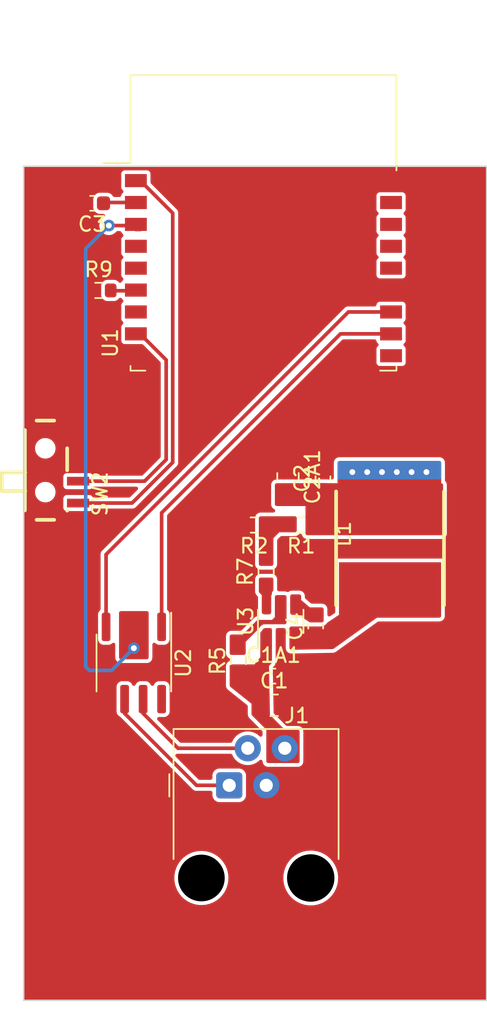
<source format=kicad_pcb>
(kicad_pcb (version 20221018) (generator pcbnew)
  (layers (0 "F.Cu" signal) (31 "B.Cu" signal) (34 "B.Paste" user) (35 "F.Paste" user) (36 "B.SilkS" user "B.Silkscreen") (37 "F.SilkS" user "F.Silkscreen") (38 "B.Mask" user) (39 "F.Mask" user) (44 "Edge.Cuts" user))
  (net 0 "")
  (net 1 "/VIN")
  (net 2 "GND")
  (net 3 "+3V3")
  (net 4 "Net-(U1-EN)")
  (net 5 "Net-(U3-SW)")
  (net 6 "Net-(U3-BST)")
  (net 7 "/A")
  (net 8 "/B")
  (net 9 "Net-(R1-Pad2)")
  (net 10 "Net-(U3-EN)")
  (net 11 "Net-(U3-FB)")
  (net 12 "Net-(U1-IO15)")
  (net 13 "Net-(SW2-B)")
  (net 14 "/DIR")
  (net 19 "/RxD")
  (net 20 "/TxD")
  (footprint "Package_TO_SOT_SMD:TSOT-23-6" (layer "F.Cu") (at 61.315 76.65 90)
    (fp_text reference "U3" (at 0 -2.4 90) (layer "F.SilkS"))
    (fp_text value "MP1469")
    (fp_line (start 0 -1.56) (end -1.8 -1.56) (stroke (width 0.12)) (layer "F.SilkS"))
    (fp_line (start 0 -1.56) (end 0.8 -1.56) (stroke (width 0.12)) (layer "F.SilkS"))
    (fp_line (start 0 1.56) (end -0.8 1.56) (stroke (width 0.12)) (layer "F.SilkS"))
    (fp_line (start 0 1.56) (end 0.8 1.56) (stroke (width 0.12)) (layer "F.SilkS"))
    (pad "1" smd roundrect (at -1.1375 -0.95 90) (size 1.325 0.6) (layers "F.Cu" "F.Paste" "F.Mask") (net 1 "/VIN"))
    (pad "2" smd roundrect (at -1.1375 0 90) (size 1.325 0.6) (layers "F.Cu" "F.Paste" "F.Mask") (net 2 "GND"))
    (pad "3" smd roundrect (at -1.1375 0.95 90) (size 1.325 0.6) (layers "F.Cu" "F.Paste" "F.Mask") (net 5 "Net-(U3-SW)"))
    (pad "4" smd roundrect (at 1.1375 0.95 90) (size 1.325 0.6) (layers "F.Cu" "F.Paste" "F.Mask") (net 6 "Net-(U3-BST)"))
    (pad "5" smd roundrect (at 1.1375 0 90) (size 1.325 0.6) (layers "F.Cu" "F.Paste" "F.Mask") (net 10 "Net-(U3-EN)"))
    (pad "6" smd roundrect (at 1.1375 -0.95 90) (size 1.325 0.6) (layers "F.Cu" "F.Paste" "F.Mask") (net 11 "Net-(U3-FB)"))
  )
  (footprint "Resistor_SMD:R_0603_1608Metric" (layer "F.Cu") (at 60.315 73.25 90)
    (fp_text reference "R7" (at 0 -1.43 90) (layer "F.SilkS"))
    (fp_text value "59k")
    (fp_line (start -0.237258 -0.5225) (end 0.237258 -0.5225) (stroke (width 0.12)) (layer "F.SilkS"))
    (fp_line (start -0.237258 0.5225) (end 0.237258 0.5225) (stroke (width 0.12)) (layer "F.SilkS"))
    (pad "1" smd roundrect (at -0.825 0 90) (size 0.8 0.95) (layers "F.Cu" "F.Paste" "F.Mask") (net 11 "Net-(U3-FB)"))
    (pad "2" smd roundrect (at 0.825 0 90) (size 0.8 0.95) (layers "F.Cu" "F.Paste" "F.Mask") (net 9 "Net-(R1-Pad2)"))
  )
  (footprint "Resistor_SMD:R_0603_1608Metric" (layer "F.Cu") (at 48.83 53.975)
    (fp_text reference "R9" (at 0 -1.43) (layer "F.SilkS"))
    (fp_text value "10K")
    (fp_line (start -0.237258 -0.5225) (end 0.237258 -0.5225) (stroke (width 0.12)) (layer "F.SilkS"))
    (fp_line (start -0.237258 0.5225) (end 0.237258 0.5225) (stroke (width 0.12)) (layer "F.SilkS"))
    (pad "1" smd roundrect (at -0.825 0) (size 0.8 0.95) (layers "F.Cu" "F.Paste" "F.Mask") (net 2 "GND"))
    (pad "2" smd roundrect (at 0.825 0) (size 0.8 0.95) (layers "F.Cu" "F.Paste" "F.Mask") (net 12 "Net-(U1-IO15)"))
  )
  (footprint "RF_Module:ESP-WROOM-02" (layer "F.Cu") (at 60.133 52.451)
    (fp_text reference "U1" (at -10.5 5.13 90) (layer "F.SilkS"))
    (fp_text value "ESP-WROOM-02D-N4")
    (fp_line (start -9.12 -13.22) (end -9.12 -7.2) (stroke (width 0.12)) (layer "F.SilkS"))
    (fp_line (start -9.12 -13.22) (end 9.12 -13.22) (stroke (width 0.12)) (layer "F.SilkS"))
    (fp_line (start -9.12 -7.2) (end -11 -7.2) (stroke (width 0.12)) (layer "F.SilkS"))
    (fp_line (start -9.12 6.7) (end -9.12 7.02) (stroke (width 0.12)) (layer "F.SilkS"))
    (fp_line (start -9.12 7.02) (end -8.1 7.02) (stroke (width 0.12)) (layer "F.SilkS"))
    (fp_line (start 8 7.02) (end 9.12 7.02) (stroke (width 0.12)) (layer "F.SilkS"))
    (fp_line (start 9.12 -13.22) (end 9.12 -6.7) (stroke (width 0.12)) (layer "F.SilkS"))
    (fp_line (start 9.12 6.7) (end 9.12 7) (stroke (width 0.12)) (layer "F.SilkS"))
    (pad "1" smd rect (at -8.75 -6) (size 1.5 0.9) (layers "F.Cu" "F.Paste" "F.Mask") (net 3 "+3V3"))
    (pad "2" smd rect (at -8.75 -4.5) (size 1.5 0.9) (layers "F.Cu" "F.Paste" "F.Mask") (net 4 "Net-(U1-EN)"))
    (pad "3" smd rect (at -8.75 -3) (size 1.5 0.9) (layers "F.Cu" "F.Paste" "F.Mask") (net 14 "/DIR"))
    (pad "4" smd rect (at -8.75 -1.5) (size 1.5 0.9) (layers "F.Cu" "F.Paste" "F.Mask"))
    (pad "5" smd rect (at -8.75 0) (size 1.5 0.9) (layers "F.Cu" "F.Paste" "F.Mask"))
    (pad "6" smd rect (at -8.75 1.5) (size 1.5 0.9) (layers "F.Cu" "F.Paste" "F.Mask") (net 12 "Net-(U1-IO15)"))
    (pad "7" smd rect (at -8.75 3) (size 1.5 0.9) (layers "F.Cu" "F.Paste" "F.Mask"))
    (pad "8" smd rect (at -8.75 4.5) (size 1.5 0.9) (layers "F.Cu" "F.Paste" "F.Mask") (net 13 "Net-(SW2-B)"))
    (pad "9" smd rect (at -8.75 6) (size 1.5 0.9) (layers "F.Cu" "F.Paste" "F.Mask") (net 2 "GND"))
    (pad "10" smd rect (at 8.75 6) (size 1.5 0.9) (layers "F.Cu" "F.Paste" "F.Mask"))
    (pad "11" smd rect (at 8.75 4.5) (size 1.5 0.9) (layers "F.Cu" "F.Paste" "F.Mask") (net 19 "/RxD"))
    (pad "12" smd rect (at 8.75 3) (size 1.5 0.9) (layers "F.Cu" "F.Paste" "F.Mask") (net 20 "/TxD"))
    (pad "13" smd rect (at 8.75 1.5) (size 1.5 0.9) (layers "F.Cu" "F.Paste" "F.Mask") (net 2 "GND"))
    (pad "14" smd rect (at 8.75 0) (size 1.5 0.9) (layers "F.Cu" "F.Paste" "F.Mask"))
    (pad "15" smd rect (at 8.75 -1.5) (size 1.5 0.9) (layers "F.Cu" "F.Paste" "F.Mask"))
    (pad "16" smd rect (at 8.75 -3) (size 1.5 0.9) (layers "F.Cu" "F.Paste" "F.Mask"))
    (pad "17" smd rect (at 8.75 -4.5) (size 1.5 0.9) (layers "F.Cu" "F.Paste" "F.Mask"))
    (pad "18" smd rect (at 8.75 -6) (size 1.5 0.9) (layers "F.Cu" "F.Paste" "F.Mask") (net 2 "GND"))
    (pad "19" smd rect (at 1.1 0.61) (size 4 4) (layers "F.Cu" "F.Paste" "F.Mask") (net 2 "GND"))
    (zone (net 0) (net_name "") (layers "*.Cu") (connect_pads (clearance 0)) (min_thickness 0.254)
      (keepout (tracks not_allowed) (vias not_allowed) (pads not_allowed) (copperpour not_allowed) (footprints not_allowed))
      (fill (thermal_gap 0.508) (thermal_bridge_width 0.508))
      (polygon (pts (xy 46.133 45.351) (xy 74.133 45.351) (xy 74.133 34.351) (xy 46.133 34.351)))
    )
  )
  (footprint "Package_SO:SOIC-8_3.9x4.9mm_P1.27mm" (layer "F.Cu") (at 51.243 79.502 -90)
    (fp_text reference "U2" (at 0 -3.4 90) (layer "F.SilkS"))
    (fp_text value "CS48520S")
    (fp_line (start 0 -2.56) (end -3.45 -2.56) (stroke (width 0.12)) (layer "F.SilkS"))
    (fp_line (start 0 -2.56) (end 1.95 -2.56) (stroke (width 0.12)) (layer "F.SilkS"))
    (fp_line (start 0 2.56) (end -1.95 2.56) (stroke (width 0.12)) (layer "F.SilkS"))
    (fp_line (start 0 2.56) (end 1.95 2.56) (stroke (width 0.12)) (layer "F.SilkS"))
    (pad "1" smd roundrect (at -2.475 -1.905 270) (size 1.95 0.6) (layers "F.Cu" "F.Paste" "F.Mask") (net 19 "/RxD"))
    (pad "2" smd roundrect (at -2.475 -0.635 270) (size 1.95 0.6) (layers "F.Cu" "F.Paste" "F.Mask") (net 14 "/DIR"))
    (pad "3" smd roundrect (at -2.475 0.635 270) (size 1.95 0.6) (layers "F.Cu" "F.Paste" "F.Mask") (net 14 "/DIR"))
    (pad "4" smd roundrect (at -2.475 1.905 270) (size 1.95 0.6) (layers "F.Cu" "F.Paste" "F.Mask") (net 20 "/TxD"))
    (pad "5" smd roundrect (at 2.475 1.905 270) (size 1.95 0.6) (layers "F.Cu" "F.Paste" "F.Mask") (net 2 "GND"))
    (pad "6" smd roundrect (at 2.475 0.635 270) (size 1.95 0.6) (layers "F.Cu" "F.Paste" "F.Mask") (net 7 "/A"))
    (pad "7" smd roundrect (at 2.475 -0.635 270) (size 1.95 0.6) (layers "F.Cu" "F.Paste" "F.Mask") (net 8 "/B"))
    (pad "8" smd roundrect (at 2.475 -1.905 270) (size 1.95 0.6) (layers "F.Cu" "F.Paste" "F.Mask") (net 3 "+3V3"))
  )
  (footprint "Capacitor_SMD:C_0805_2012Metric" (layer "F.Cu") (at 61.815 66.75 -90)
    (fp_text reference "C2A1" (at 0 -1.68 90) (layer "F.SilkS"))
    (fp_text value "22u")
    (fp_line (start -0.261252 -0.735) (end 0.261252 -0.735) (stroke (width 0.12)) (layer "F.SilkS"))
    (fp_line (start -0.261252 0.735) (end 0.261252 0.735) (stroke (width 0.12)) (layer "F.SilkS"))
    (pad "1" smd roundrect (at -0.95 0 270) (size 1 1.45) (layers "F.Cu" "F.Paste" "F.Mask") (net 2 "GND"))
    (pad "2" smd roundrect (at 0.95 0 270) (size 1 1.45) (layers "F.Cu" "F.Paste" "F.Mask") (net 3 "+3V3"))
  )
  (footprint "Resistor_SMD:R_0603_1608Metric" (layer "F.Cu") (at 59.49 70.05 180)
    (fp_text reference "R2" (at 0 -1.43) (layer "F.SilkS"))
    (fp_text value "13k")
    (fp_line (start -0.237258 -0.5225) (end 0.237258 -0.5225) (stroke (width 0.12)) (layer "F.SilkS"))
    (fp_line (start -0.237258 0.5225) (end 0.237258 0.5225) (stroke (width 0.12)) (layer "F.SilkS"))
    (pad "1" smd roundrect (at -0.825 0 180) (size 0.8 0.95) (layers "F.Cu" "F.Paste" "F.Mask") (net 9 "Net-(R1-Pad2)"))
    (pad "2" smd roundrect (at 0.825 0 180) (size 0.8 0.95) (layers "F.Cu" "F.Paste" "F.Mask") (net 2 "GND"))
  )
  (footprint "Capacitor_SMD:C_0603_1608Metric" (layer "F.Cu") (at 60.815 80.4)
    (fp_text reference "C1A1" (at 0 -1.43) (layer "F.SilkS"))
    (fp_text value "0.1u")
    (fp_line (start -0.14058 -0.51) (end 0.14058 -0.51) (stroke (width 0.12)) (layer "F.SilkS"))
    (fp_line (start -0.14058 0.51) (end 0.14058 0.51) (stroke (width 0.12)) (layer "F.SilkS"))
    (pad "1" smd roundrect (at -0.775 0) (size 0.9 0.95) (layers "F.Cu" "F.Paste" "F.Mask") (net 1 "/VIN"))
    (pad "2" smd roundrect (at 0.775 0) (size 0.9 0.95) (layers "F.Cu" "F.Paste" "F.Mask") (net 2 "GND"))
  )
  (footprint "Capacitor_SMD:C_0603_1608Metric" (layer "F.Cu") (at 64.215 66.85 90)
    (fp_text reference "C2" (at 0 -1.43 90) (layer "F.SilkS"))
    (fp_text value "0.1u")
    (fp_line (start -0.14058 -0.51) (end 0.14058 -0.51) (stroke (width 0.12)) (layer "F.SilkS"))
    (fp_line (start -0.14058 0.51) (end 0.14058 0.51) (stroke (width 0.12)) (layer "F.SilkS"))
    (pad "1" smd roundrect (at -0.775 0 90) (size 0.9 0.95) (layers "F.Cu" "F.Paste" "F.Mask") (net 3 "+3V3"))
    (pad "2" smd roundrect (at 0.775 0 90) (size 0.9 0.95) (layers "F.Cu" "F.Paste" "F.Mask") (net 2 "GND"))
  )
  (footprint "Connector_RJ:RJ9_Evercom_5301-440xxx_Horizontal" (layer "F.Cu") (at 57.785 87.884)
    (fp_text reference "J1" (at 4.64 -4.776) (layer "F.SilkS"))
    (fp_text value "4P4C")
    (fp_line (start -4.11 0.765) (end -4.11 -0.765) (stroke (width 0.12)) (layer "F.SilkS"))
    (fp_line (start -3.82 -3.86) (end 7.5 -3.86) (stroke (width 0.12)) (layer "F.SilkS"))
    (fp_line (start -3.82 5.05) (end -3.82 -3.86) (stroke (width 0.12)) (layer "F.SilkS"))
    (fp_line (start 7.5 -3.86) (end 7.5 5.05) (stroke (width 0.12)) (layer "F.SilkS"))
    (pad "" np_thru_hole circle (at -1.91 6.35) (size 3.25 3.25) (drill 3.2) (layers "*.Mask"))
    (pad "" np_thru_hole circle (at 5.59 6.35) (size 3.25 3.25) (drill 3.25) (layers "*.Mask"))
    (pad "1" thru_hole roundrect (at 0 0) (size 1.8 1.8) (drill 0.9) (layers "*.Cu" "*.Mask") (roundrect_rratio 0.1388888889) (net 7 "/A"))
    (pad "2" thru_hole circle (at 1.27 -2.54) (size 1.8 1.8) (drill 0.9) (layers "*.Cu" "*.Mask") (net 8 "/B"))
    (pad "3" thru_hole circle (at 2.54 0) (size 1.8 1.8) (drill 0.9) (layers "*.Cu" "*.Mask") (net 2 "GND"))
    (pad "4" thru_hole circle (at 3.81 -2.54) (size 1.8 1.8) (drill 0.9) (layers "*.Cu" "*.Mask") (net 1 "/VIN"))
  )
  (footprint "Capacitor_SMD:C_0805_2012Metric" (layer "F.Cu") (at 60.865 82.4)
    (fp_text reference "C1" (at 0 -1.68) (layer "F.SilkS"))
    (fp_text value "22u")
    (fp_line (start -0.261252 -0.735) (end 0.261252 -0.735) (stroke (width 0.12)) (layer "F.SilkS"))
    (fp_line (start -0.261252 0.735) (end 0.261252 0.735) (stroke (width 0.12)) (layer "F.SilkS"))
    (pad "1" smd roundrect (at -0.95 0) (size 1 1.45) (layers "F.Cu" "F.Paste" "F.Mask") (net 1 "/VIN"))
    (pad "2" smd roundrect (at 0.95 0) (size 1 1.45) (layers "F.Cu" "F.Paste" "F.Mask") (net 2 "GND"))
  )
  (footprint "Vi-Fi:L_CD73" (layer "F.Cu") (at 68.815 71.65 90)
    (fp_text reference "L1" (at 0 -3.207 90) (layer "F.SilkS") (effects (justify left)))
    (fp_text value "6.8u")
    (fp_line (start -3.9 -3.7) (end 3.9 -3.7) (stroke (width 0.254)) (layer "F.SilkS"))
    (fp_line (start -3.9 3.7) (end 3.9 3.7) (stroke (width 0.254)) (layer "F.SilkS"))
    (pad "1" smd rect (at -2.7 0 90) (size 3.5 7) (layers "F.Cu" "F.Paste" "F.Mask") (net 5 "Net-(U3-SW)"))
    (pad "2" smd rect (at 2.7 0 90) (size 3.5 7) (layers "F.Cu" "F.Paste" "F.Mask") (net 3 "+3V3"))
  )
  (footprint "Resistor_SMD:R_0603_1608Metric" (layer "F.Cu") (at 58.415 79.35 90)
    (fp_text reference "R5" (at 0 -1.43 90) (layer "F.SilkS"))
    (fp_text value "100K")
    (fp_line (start -0.237258 -0.5225) (end 0.237258 -0.5225) (stroke (width 0.12)) (layer "F.SilkS"))
    (fp_line (start -0.237258 0.5225) (end 0.237258 0.5225) (stroke (width 0.12)) (layer "F.SilkS"))
    (pad "1" smd roundrect (at -0.825 0 90) (size 0.8 0.95) (layers "F.Cu" "F.Paste" "F.Mask") (net 1 "/VIN"))
    (pad "2" smd roundrect (at 0.825 0 90) (size 0.8 0.95) (layers "F.Cu" "F.Paste" "F.Mask") (net 10 "Net-(U3-EN)"))
  )
  (footprint "Vi-Fi:C2681568" (layer "F.Cu") (at 45.72 66.294 -90)
    (fp_text reference "SW2" (at 0 -3.207 90) (layer "F.SilkS") (effects (justify right)))
    (fp_text value "C2681568")
    (fp_line (start -3.4 -0.056) (end -3.4 1.144) (stroke (width 0.254)) (layer "F.SilkS"))
    (fp_line (start -2.75 1.95) (end 2.75 1.95) (stroke (width 0.254)) (layer "F.SilkS"))
    (fp_line (start -1.5 -0.95) (end 0 -0.95) (stroke (width 0.254)) (layer "F.SilkS"))
    (fp_line (start 0.15 1.93) (end 0.15 3.53) (stroke (width 0.254)) (layer "F.SilkS"))
    (fp_line (start 0.15 3.53) (end 1.425 3.53) (stroke (width 0.254)) (layer "F.SilkS"))
    (fp_line (start 1.425 3.53) (end 1.425 1.93) (stroke (width 0.254)) (layer "F.SilkS"))
    (fp_line (start 2.769 -0.95) (end 2.759 -0.95) (stroke (width 0.254)) (layer "F.SilkS"))
    (fp_line (start 3.4 -0.056) (end 3.4 1.144) (stroke (width 0.254)) (layer "F.SilkS"))
    (pad "" np_thru_hole circle (at -1.5 0.55 270) (size 0.9 0.9) (drill 0.9) (layers "*.Cu" "*.Mask"))
    (pad "" np_thru_hole circle (at 1.5 0.55 270) (size 0.9 0.9) (drill 0.9) (layers "*.Cu" "*.Mask"))
    (pad "1" smd rect (at -2.25 -1.7) (size 1.524 0.6) (layers "F.Cu" "F.Paste" "F.Mask") (net 2 "GND"))
    (pad "2" smd rect (at 0.75 -1.7) (size 1.524 0.6) (layers "F.Cu" "F.Paste" "F.Mask") (net 13 "Net-(SW2-B)"))
    (pad "3" smd rect (at 2.25 -1.7) (size 1.524 0.6) (layers "F.Cu" "F.Paste" "F.Mask") (net 3 "+3V3"))
    (pad "4" smd rect (at -3.6 -0.6 90) (size 1.2 0.7) (layers "F.Cu" "F.Paste" "F.Mask") (net 2 "GND"))
    (pad "4" smd rect (at -3.6 1.7 90) (size 1.2 0.7) (layers "F.Cu" "F.Paste" "F.Mask") (net 2 "GND"))
    (pad "4" smd rect (at 3.6 -0.6 90) (size 1.2 0.7) (layers "F.Cu" "F.Paste" "F.Mask") (net 2 "GND"))
    (pad "4" smd rect (at 3.6 1.7 90) (size 1.2 0.7) (layers "F.Cu" "F.Paste" "F.Mask") (net 2 "GND"))
  )
  (footprint "Resistor_SMD:R_0603_1608Metric" (layer "F.Cu") (at 62.715 70.05 180)
    (fp_text reference "R1" (at 0 -1.43) (layer "F.SilkS"))
    (fp_text value "40.2k")
    (fp_line (start -0.237258 -0.5225) (end 0.237258 -0.5225) (stroke (width 0.12)) (layer "F.SilkS"))
    (fp_line (start -0.237258 0.5225) (end 0.237258 0.5225) (stroke (width 0.12)) (layer "F.SilkS"))
    (pad "1" smd roundrect (at -0.825 0 180) (size 0.8 0.95) (layers "F.Cu" "F.Paste" "F.Mask") (net 3 "+3V3"))
    (pad "2" smd roundrect (at 0.825 0 180) (size 0.8 0.95) (layers "F.Cu" "F.Paste" "F.Mask") (net 9 "Net-(R1-Pad2)"))
  )
  (footprint "Capacitor_SMD:C_0603_1608Metric" (layer "F.Cu") (at 63.715 77 90)
    (fp_text reference "C4" (at 0 -1.43 90) (layer "F.SilkS"))
    (fp_text value "1u")
    (fp_line (start -0.14058 -0.51) (end 0.14058 -0.51) (stroke (width 0.12)) (layer "F.SilkS"))
    (fp_line (start -0.14058 0.51) (end 0.14058 0.51) (stroke (width 0.12)) (layer "F.SilkS"))
    (pad "1" smd roundrect (at -0.775 0 90) (size 0.9 0.95) (layers "F.Cu" "F.Paste" "F.Mask") (net 5 "Net-(U3-SW)"))
    (pad "2" smd roundrect (at 0.775 0 90) (size 0.9 0.95) (layers "F.Cu" "F.Paste" "F.Mask") (net 6 "Net-(U3-BST)"))
  )
  (footprint "Capacitor_SMD:C_0603_1608Metric" (layer "F.Cu") (at 48.387 48.006 180)
    (fp_text reference "C3" (at 0 -1.43 180) (layer "F.SilkS"))
    (fp_text value "0.1u")
    (fp_line (start -0.14058 -0.51) (end 0.14058 -0.51) (stroke (width 0.12)) (layer "F.SilkS"))
    (fp_line (start -0.14058 0.51) (end 0.14058 0.51) (stroke (width 0.12)) (layer "F.SilkS"))
    (pad "1" smd roundrect (at -0.775 0 180) (size 0.9 0.95) (layers "F.Cu" "F.Paste" "F.Mask") (net 4 "Net-(U1-EN)"))
    (pad "2" smd roundrect (at 0.775 0 180) (size 0.9 0.95) (layers "F.Cu" "F.Paste" "F.Mask") (net 2 "GND"))
  )
  (gr_rect (start 43.688 45.466) (end 75.438 102.616) (stroke (width 0.1)) (fill none) (layer "Edge.Cuts"))
  (segment (start 61.565 80.4) (end 61.815 80.65) (width 0.25) (layer "F.Cu") (net 2))
  (segment (start 51.683 46.451) (end 53.91 48.678) (width 0.25) (layer "F.Cu") (net 3))
  (segment (start 51.383 46.451) (end 51.683 46.451) (width 0.25) (layer "F.Cu") (net 3))
  (segment (start 53.91 65.753) (end 51.119 68.544) (width 0.25) (layer "F.Cu") (net 3))
  (segment (start 53.91 48.678) (end 53.91 65.753) (width 0.25) (layer "F.Cu") (net 3))
  (segment (start 51.119 68.544) (end 47.42 68.544) (width 0.25) (layer "F.Cu") (net 3))
  (via (at 70.293 66.421) (size 0.8) (drill 0.4) (layers "F.Cu" "B.Cu") (net 3))
  (via (at 66.229 66.421) (size 0.8) (drill 0.4) (layers "F.Cu" "B.Cu") (net 3))
  (via (at 71.309 66.421) (size 0.8) (drill 0.4) (layers "F.Cu" "B.Cu") (net 3))
  (via (at 68.261 66.421) (size 0.8) (drill 0.4) (layers "F.Cu" "B.Cu") (net 3))
  (via (at 67.245 66.421) (size 0.8) (drill 0.4) (layers "F.Cu" "B.Cu") (net 3))
  (via (at 69.277 66.421) (size 0.8) (drill 0.4) (layers "F.Cu" "B.Cu") (net 3))
  (segment (start 51.383 47.951) (end 49.217 47.951) (width 0.25) (layer "F.Cu") (net 4))
  (segment (start 49.217 47.951) (end 49.162 48.006) (width 0.25) (layer "F.Cu") (net 4))
  (segment (start 55.540001 87.884) (end 57.785 87.884) (width 0.25) (layer "F.Cu") (net 7))
  (segment (start 50.608 81.977) (end 50.608 82.951999) (width 0.25) (layer "F.Cu") (net 7))
  (segment (start 50.608 82.951999) (end 55.540001 87.884) (width 0.25) (layer "F.Cu") (net 7))
  (segment (start 51.878 82.951999) (end 54.270001 85.344) (width 0.25) (layer "F.Cu") (net 8))
  (segment (start 51.878 81.977) (end 51.878 82.951999) (width 0.25) (layer "F.Cu") (net 8))
  (segment (start 54.270001 85.344) (end 59.055 85.344) (width 0.25) (layer "F.Cu") (net 8))
  (segment (start 51.383 53.998) (end 49.678 53.998) (width 0.25) (layer "F.Cu") (net 12))
  (segment (start 53.46 65.566604) (end 53.46 58.740604) (width 0.25) (layer "F.Cu") (net 13))
  (segment (start 53.46 58.740604) (end 51.569396 56.85) (width 0.25) (layer "F.Cu") (net 13))
  (segment (start 47.42 67.044) (end 51.982604 67.044) (width 0.25) (layer "F.Cu") (net 13))
  (segment (start 51.982604 67.044) (end 53.46 65.566604) (width 0.25) (layer "F.Cu") (net 13))
  (segment (start 51.683 49.8) (end 51.383 49.8) (width 0.25) (layer "F.Cu") (net 14))
  (segment (start 50.608 77.027) (end 51.878 77.027) (width 0.25) (layer "F.Cu") (net 14))
  (segment (start 49.53 49.53) (end 49.46 49.53) (width 0.25) (layer "F.Cu") (net 14))
  (segment (start 51.378 49.53) (end 49.53 49.53) (width 0.25) (layer "F.Cu") (net 14))
  (via (at 49.53 49.53) (size 0.8) (drill 0.4) (layers "F.Cu" "B.Cu") (net 14))
  (via (at 51.243 78.486) (size 0.8) (drill 0.4) (layers "F.Cu" "B.Cu") (net 14))
  (segment (start 49.719 80.01) (end 48.195 80.01) (width 0.25) (layer "B.Cu") (net 14))
  (segment (start 47.941 79.756) (end 47.941 51.119) (width 0.25) (layer "B.Cu") (net 14))
  (segment (start 48.195 80.01) (end 47.941 79.756) (width 0.25) (layer "B.Cu") (net 14))
  (segment (start 47.941 51.119) (end 49.53 49.53) (width 0.25) (layer "B.Cu") (net 14))
  (segment (start 51.243 78.486) (end 49.719 80.01) (width 0.25) (layer "B.Cu") (net 14))
  (segment (start 53.148 77.027) (end 53.148 69.215) (width 0.25) (layer "F.Cu") (net 19))
  (segment (start 65.412 56.951) (end 68.883 56.951) (width 0.25) (layer "F.Cu") (net 19))
  (segment (start 53.148 69.215) (end 65.412 56.951) (width 0.25) (layer "F.Cu") (net 19))
  (segment (start 49.338 77.027) (end 49.338 72.07) (width 0.25) (layer "F.Cu") (net 20))
  (segment (start 49.338 72.07) (end 65.957 55.451) (width 0.25) (layer "F.Cu") (net 20))
  (segment (start 65.957 55.451) (end 68.883 55.451) (width 0.25) (layer "F.Cu") (net 20))
  (zone (net 11) (net_name "Net-(U3-FB)") (layer "F.Cu") (priority 1) (connect_pads yes (clearance 0.25)) (min_thickness 0.25) (fill yes (thermal_gap 0.5) (thermal_bridge_width 0.5))
    (polygon (pts (xy 60.715 76.15) (xy 60.015 76.15) (xy 60.015 74.85) (xy 59.815 74.65) (xy 59.815 73.65) (xy 60.815 73.65) (xy 60.815 74.55) (xy 60.715 74.65)))
  )
  (zone (net 5) (net_name "Net-(U3-SW)") (layer "F.Cu") (priority 3) (connect_pads yes (clearance 0.25)) (min_thickness 0.25) (fill yes (thermal_gap 0.5) (thermal_bridge_width 0.5))
    (polygon (pts (xy 61.915 77) (xy 64.115 77) (xy 65.315 76.2) (xy 65.315 72.8) (xy 72.315 72.8) (xy 72.315 76.4) (xy 67.915 76.4) (xy 64.915 78.55) (xy 61.915 78.6)))
  )
  (zone (net 6) (net_name "Net-(U3-BST)") (layer "F.Cu") (priority 3) (connect_pads yes (clearance 0.25)) (min_thickness 0.25) (fill yes (thermal_gap 0.5) (thermal_bridge_width 0.5))
    (polygon (pts (xy 64.262 76.723) (xy 63.315 76.723) (xy 62.515 76.2) (xy 61.915 76.2) (xy 61.915 74.8) (xy 62.715 74.8) (xy 62.715 75.184) (xy 63.315 75.692) (xy 64.262 75.692)))
  )
  (zone (net 1) (net_name "/VIN") (layer "F.Cu") (priority 2) (connect_pads yes (clearance 0.25)) (min_thickness 0.25) (fill yes (thermal_gap 0.5) (thermal_bridge_width 0.5))
    (polygon (pts (xy 60.327 84.074) (xy 59.311 83.058) (xy 59.311 82.296) (xy 57.815 81.1) (xy 57.815 79.6) (xy 59.515 79.6) (xy 59.915 79.1) (xy 59.915 77.1) (xy 60.715 77.1) (xy 60.715 79.5) (xy 60.515 79.7) (xy 60.577168 83.058) (xy 61.597 84.074) (xy 62.613 84.074) (xy 62.613 86.36) (xy 60.327 86.36)))
  )
  (zone (net 3) (net_name "+3V3") (layer "F.Cu") (priority 6) (connect_pads yes (clearance 0.25)) (min_thickness 0.25) (fill yes (thermal_gap 0.5) (thermal_bridge_width 0.5))
    (polygon (pts (xy 63.015 68.75) (xy 60.915 68.75) (xy 60.915 67.183) (xy 65.213 67.183) (xy 65.213 65.659) (xy 72.325 65.659) (xy 72.325 67.183) (xy 72.452 67.183) (xy 72.452 70.75) (xy 63.015 70.75) (xy 63.015 69.95)))
  )
  (zone (net 2) (net_name "GND") (layer "F.Cu") (connect_pads yes (clearance 0.25)) (min_thickness 0.25) (fill yes (thermal_gap 0.5) (thermal_bridge_width 0.5))
    (polygon (pts (xy 43.688 45.466) (xy 75.438 45.466) (xy 75.438 102.616) (xy 43.688 102.616)))
  )
  (zone (net 14) (net_name "/DIR") (layer "F.Cu") (priority 7) (connect_pads yes (clearance 0.25)) (min_thickness 0.25) (fill yes (thermal_gap 0.5) (thermal_bridge_width 0.5))
    (polygon (pts (xy 52.259 79.248) (xy 50.227 79.248) (xy 50.227 75.946) (xy 52.259 75.946)))
  )
  (zone (net 9) (net_name "Net-(R1-Pad2)") (layer "F.Cu") (priority 5) (connect_pads yes (clearance 0.25)) (min_thickness 0.25) (fill yes (thermal_gap 0.5) (thermal_bridge_width 0.5))
    (polygon (pts (xy 60.815 72.85) (xy 59.815 72.85) (xy 59.815 69.45) (xy 62.415 69.45) (xy 62.415 70.55) (xy 61.215 70.55) (xy 60.815 70.95)))
  )
  (zone (net 10) (net_name "Net-(U3-EN)") (layer "F.Cu") (priority 4) (connect_pads yes (clearance 0.25)) (min_thickness 0.25) (fill yes (thermal_gap 0.5) (thermal_bridge_width 0.5))
    (polygon (pts (xy 61.715 74.85) (xy 60.915 74.85) (xy 60.915 76.35) (xy 60.715 76.55) (xy 59.715 76.55) (xy 58.715 77.55) (xy 57.815 77.55) (xy 57.815 78.95) (xy 58.915 78.95) (xy 58.915 78.05) (xy 60.115 76.85) (xy 61.715 76.85)))
  )
  (zone (net 3) (net_name "+3V3") (layer "B.Cu") (priority 8) (connect_pads yes (clearance 0.25)) (min_thickness 0.25) (fill yes (thermal_gap 0.5) (thermal_bridge_width 0.5))
    (polygon (pts (xy 72.325 66.929) (xy 72.325 65.659) (xy 65.213 65.659) (xy 65.213 66.929)))
  )
)
</source>
